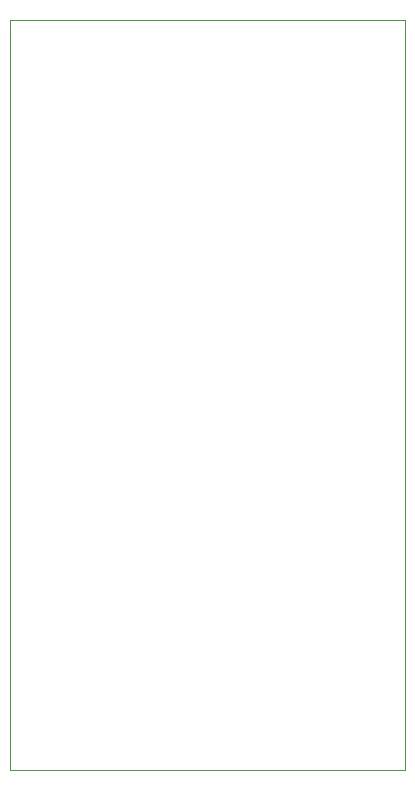
<source format=gbr>
%TF.GenerationSoftware,KiCad,Pcbnew,(6.0.2)*%
%TF.CreationDate,2023-01-30T04:02:28+03:00*%
%TF.ProjectId,Shield_Emergent,53686965-6c64-45f4-956d-657267656e74,rev?*%
%TF.SameCoordinates,Original*%
%TF.FileFunction,Profile,NP*%
%FSLAX46Y46*%
G04 Gerber Fmt 4.6, Leading zero omitted, Abs format (unit mm)*
G04 Created by KiCad (PCBNEW (6.0.2)) date 2023-01-30 04:02:28*
%MOMM*%
%LPD*%
G01*
G04 APERTURE LIST*
%TA.AperFunction,Profile*%
%ADD10C,0.100000*%
%TD*%
G04 APERTURE END LIST*
D10*
X21400000Y-21100000D02*
X54800000Y-21100000D01*
X54800000Y-21100000D02*
X54800000Y-84600000D01*
X54800000Y-84600000D02*
X21400000Y-84600000D01*
X21400000Y-84600000D02*
X21400000Y-21100000D01*
M02*

</source>
